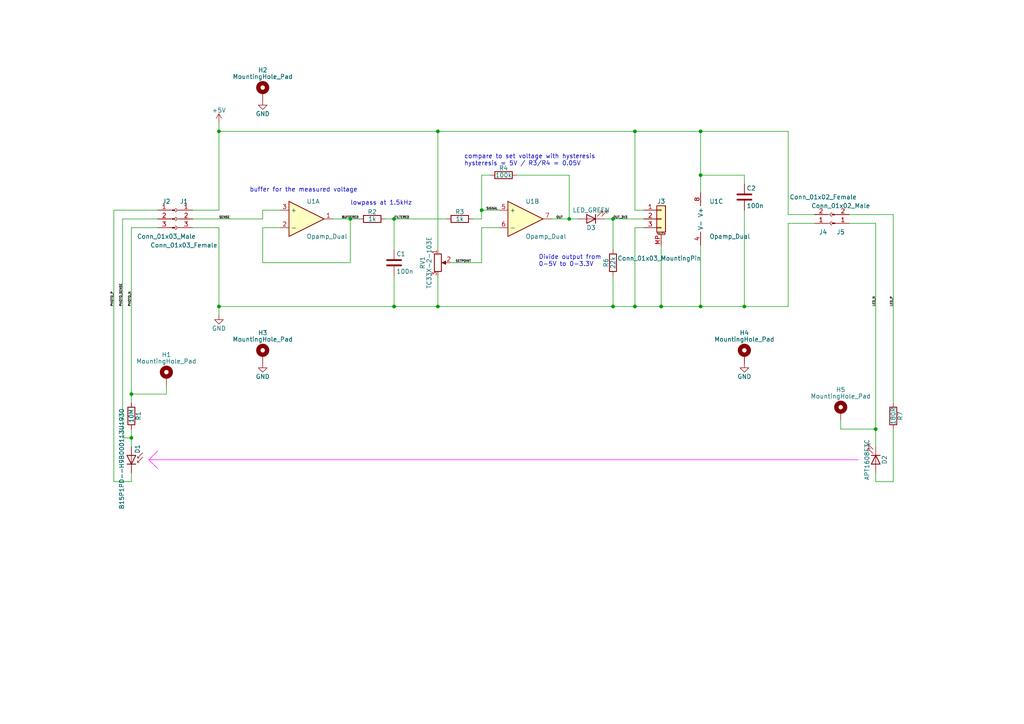
<source format=kicad_sch>
(kicad_sch (version 20211123) (generator eeschema)
  (paper "A4")
  (lib_symbols
    (symbol "Connector:Conn_01x02_Female" (pin_names (offset 1.016) hide)
      (property "Reference" "J" (at 0 2.54 0))
      (property "Value" "Conn_01x02_Female" (at 0 -5.08 0))
      (symbol "Conn_01x02_Female_1_1"
        (arc (start 0 -2.032) (mid -0.508 -2.54) (end 0 -3.048) (stroke (width 0.1524)))
        (polyline (pts (xy -1.27 -2.54) (xy -0.508 -2.54)) (stroke (width 0.1524)))
        (polyline (pts (xy -1.27 0) (xy -0.508 0)) (stroke (width 0.1524)))
        (arc (start 0 0.508) (mid -0.508 0) (end 0 -0.508) (stroke (width 0.1524)))
        (pin passive line (at -5.08 0 0) (length 3.81) (name "Pin_1") (number "1"))
        (pin passive line (at -5.08 -2.54 0) (length 3.81) (name "Pin_2") (number "2"))
      )
    )
    (symbol "Connector:Conn_01x02_Male" (pin_names (offset 1.016) hide)
      (property "Reference" "J" (at 0 2.54 0))
      (property "Value" "Conn_01x02_Male" (at 0 -5.08 0))
      (symbol "Conn_01x02_Male_1_1"
        (polyline (pts (xy 1.27 -2.54) (xy 0.8636 -2.54)) (stroke (width 0.1524)))
        (polyline (pts (xy 1.27 0) (xy 0.8636 0)) (stroke (width 0.1524)))
        (rectangle (start 0.8636 -2.413) (end 0 -2.667) (stroke (width 0.1524)) (fill (type outline)))
        (rectangle (start 0.8636 0.127) (end 0 -0.127) (stroke (width 0.1524)) (fill (type outline)))
        (pin passive line (at 5.08 0 180) (length 3.81) (name "Pin_1") (number "1"))
        (pin passive line (at 5.08 -2.54 180) (length 3.81) (name "Pin_2") (number "2"))
      )
    )
    (symbol "Connector:Conn_01x03_Female" (pin_names (offset 1.016) hide)
      (property "Reference" "J" (at 0 5.08 0))
      (property "Value" "Conn_01x03_Female" (at 0 -5.08 0))
      (symbol "Conn_01x03_Female_1_1"
        (arc (start 0 -2.032) (mid -0.508 -2.54) (end 0 -3.048) (stroke (width 0.1524)))
        (polyline (pts (xy -1.27 -2.54) (xy -0.508 -2.54)) (stroke (width 0.1524)))
        (polyline (pts (xy -1.27 0) (xy -0.508 0)) (stroke (width 0.1524)))
        (polyline (pts (xy -1.27 2.54) (xy -0.508 2.54)) (stroke (width 0.1524)))
        (arc (start 0 0.508) (mid -0.508 0) (end 0 -0.508) (stroke (width 0.1524)))
        (arc (start 0 3.048) (mid -0.508 2.54) (end 0 2.032) (stroke (width 0.1524)))
        (pin passive line (at -5.08 2.54 0) (length 3.81) (name "Pin_1") (number "1"))
        (pin passive line (at -5.08 0 0) (length 3.81) (name "Pin_2") (number "2"))
        (pin passive line (at -5.08 -2.54 0) (length 3.81) (name "Pin_3") (number "3"))
      )
    )
    (symbol "Connector:Conn_01x03_Male" (pin_names (offset 1.016) hide)
      (property "Reference" "J" (at 0 5.08 0))
      (property "Value" "Conn_01x03_Male" (at 0 -5.08 0))
      (symbol "Conn_01x03_Male_1_1"
        (polyline (pts (xy 1.27 -2.54) (xy 0.8636 -2.54)) (stroke (width 0.1524)))
        (polyline (pts (xy 1.27 0) (xy 0.8636 0)) (stroke (width 0.1524)))
        (polyline (pts (xy 1.27 2.54) (xy 0.8636 2.54)) (stroke (width 0.1524)))
        (rectangle (start 0.8636 -2.413) (end 0 -2.667) (stroke (width 0.1524)) (fill (type outline)))
        (rectangle (start 0.8636 0.127) (end 0 -0.127) (stroke (width 0.1524)) (fill (type outline)))
        (rectangle (start 0.8636 2.667) (end 0 2.413) (stroke (width 0.1524)) (fill (type outline)))
        (pin passive line (at 5.08 2.54 180) (length 3.81) (name "Pin_1") (number "1"))
        (pin passive line (at 5.08 0 180) (length 3.81) (name "Pin_2") (number "2"))
        (pin passive line (at 5.08 -2.54 180) (length 3.81) (name "Pin_3") (number "3"))
      )
    )
    (symbol "Connector_Generic_MountingPin:Conn_01x03_MountingPin" (pin_names (offset 1.016) hide)
      (property "Reference" "J" (at 0 5.08 0))
      (property "Value" "Conn_01x03_MountingPin" (at 1.27 -5.08 0))
      (symbol "Conn_01x03_MountingPin_1_1"
        (rectangle (start -1.27 -2.413) (end 0 -2.667) (stroke (width 0.1524)))
        (rectangle (start -1.27 0.127) (end 0 -0.127) (stroke (width 0.1524)))
        (rectangle (start -1.27 2.667) (end 0 2.413) (stroke (width 0.1524)))
        (rectangle (start -1.27 3.81) (end 1.27 -3.81) (stroke (width 0.254)) (fill (type background)))
        (polyline (pts (xy -1.016 -4.572) (xy 1.016 -4.572)) (stroke (width 0.1524)))
        (text "Mounting" (at 0 -4.191 0) (effects (font (size 0.381 0.381))))
        (pin passive line (at -5.08 2.54 0) (length 3.81) (name "Pin_1") (number "1"))
        (pin passive line (at -5.08 0 0) (length 3.81) (name "Pin_2") (number "2"))
        (pin passive line (at -5.08 -2.54 0) (length 3.81) (name "Pin_3") (number "3"))
        (pin passive line (at 0 -7.62 90) (length 3.048) (name "MountPin") (number "MP"))
      )
    )
    (symbol "Device:C" (pin_numbers hide) (pin_names (offset 0.254))
      (property "Reference" "C" (at 0.635 2.54 0))
      (property "Value" "C" (at 0.635 -2.54 0))
      (symbol "C_0_1"
        (polyline (pts (xy -2.032 -0.762) (xy 2.032 -0.762)) (stroke (width 0.508)))
        (polyline (pts (xy -2.032 0.762) (xy 2.032 0.762)) (stroke (width 0.508)))
      )
      (symbol "C_1_1"
        (pin passive line (at 0 3.81 270) (length 2.794) (name "~") (number "1"))
        (pin passive line (at 0 -3.81 90) (length 2.794) (name "~") (number "2"))
      )
    )
    (symbol "Device:D_Photo" (pin_numbers hide) (pin_names hide)
      (property "Reference" "D" (at 0.508 1.778 0))
      (property "Value" "D_Photo" (at -1.016 -2.794 0))
      (symbol "D_Photo_0_1"
        (polyline (pts (xy -2.54 1.27) (xy -2.54 -1.27)) (stroke (width 0.254)))
        (polyline (pts (xy -2.032 1.778) (xy -1.524 1.778)))
        (polyline (pts (xy 0 0) (xy -2.54 0)))
        (polyline (pts (xy -0.508 3.302) (xy -2.032 1.778) (xy -2.032 2.286)))
        (polyline (pts (xy 0 -1.27) (xy 0 1.27) (xy -2.54 0) (xy 0 -1.27)) (stroke (width 0.254)))
        (polyline (pts (xy 0.762 3.302) (xy -0.762 1.778) (xy -0.762 2.286) (xy -0.762 1.778) (xy -0.254 1.778)))
      )
      (symbol "D_Photo_1_1"
        (pin passive line (at -5.08 0 0) (length 2.54) (name "K") (number "1"))
        (pin passive line (at 2.54 0 180) (length 2.54) (name "A") (number "2"))
      )
    )
    (symbol "Device:LED" (pin_numbers hide) (pin_names (offset 1.016) hide)
      (property "Reference" "D" (at 0 2.54 0))
      (property "Value" "LED" (at 0 -2.54 0))
      (symbol "LED_0_1"
        (polyline (pts (xy -1.27 -1.27) (xy -1.27 1.27)) (stroke (width 0.254)))
        (polyline (pts (xy -1.27 0) (xy 1.27 0)))
        (polyline (pts (xy 1.27 -1.27) (xy 1.27 1.27) (xy -1.27 0) (xy 1.27 -1.27)) (stroke (width 0.254)))
        (polyline (pts (xy -3.048 -0.762) (xy -4.572 -2.286) (xy -3.81 -2.286) (xy -4.572 -2.286) (xy -4.572 -1.524)))
        (polyline (pts (xy -1.778 -0.762) (xy -3.302 -2.286) (xy -2.54 -2.286) (xy -3.302 -2.286) (xy -3.302 -1.524)))
      )
      (symbol "LED_1_1"
        (pin passive line (at -3.81 0 0) (length 2.54) (name "K") (number "1"))
        (pin passive line (at 3.81 0 180) (length 2.54) (name "A") (number "2"))
      )
    )
    (symbol "Device:Opamp_Dual"
      (property "Reference" "U" (at 0 5.08 0))
      (property "Value" "Opamp_Dual" (at 0 -5.08 0))
      (symbol "Opamp_Dual_1_1"
        (polyline (pts (xy -5.08 5.08) (xy 5.08 0) (xy -5.08 -5.08) (xy -5.08 5.08)) (stroke (width 0.254)) (fill (type background)))
        (pin output line (at 7.62 0 180) (length 2.54) (name "~") (number "1"))
        (pin input line (at -7.62 -2.54 0) (length 2.54) (name "-") (number "2"))
        (pin input line (at -7.62 2.54 0) (length 2.54) (name "+") (number "3"))
      )
      (symbol "Opamp_Dual_2_1"
        (polyline (pts (xy -5.08 5.08) (xy 5.08 0) (xy -5.08 -5.08) (xy -5.08 5.08)) (stroke (width 0.254)) (fill (type background)))
        (pin input line (at -7.62 2.54 0) (length 2.54) (name "+") (number "5"))
        (pin input line (at -7.62 -2.54 0) (length 2.54) (name "-") (number "6"))
        (pin output line (at 7.62 0 180) (length 2.54) (name "~") (number "7"))
      )
      (symbol "Opamp_Dual_3_1"
        (pin power_in line (at -2.54 -7.62 90) (length 3.81) (name "V-") (number "4"))
        (pin power_in line (at -2.54 7.62 270) (length 3.81) (name "V+") (number "8"))
      )
    )
    (symbol "Device:R" (pin_numbers hide) (pin_names (offset 0))
      (property "Reference" "R" (at 2.032 0 90))
      (property "Value" "R" (at 0 0 90))
      (symbol "R_0_1"
        (rectangle (start -1.016 -2.54) (end 1.016 2.54) (stroke (width 0.254)))
      )
      (symbol "R_1_1"
        (pin passive line (at 0 3.81 270) (length 1.27) (name "~") (number "1"))
        (pin passive line (at 0 -3.81 90) (length 1.27) (name "~") (number "2"))
      )
    )
    (symbol "Device:R_Potentiometer" (pin_names (offset 1.016) hide)
      (property "Reference" "RV" (at -4.445 0 90))
      (property "Value" "R_Potentiometer" (at -2.54 0 90))
      (symbol "R_Potentiometer_0_1"
        (polyline (pts (xy 2.54 0) (xy 1.524 0)))
        (polyline (pts (xy 1.143 0) (xy 2.286 0.508) (xy 2.286 -0.508) (xy 1.143 0)) (fill (type outline)))
        (rectangle (start 1.016 2.54) (end -1.016 -2.54) (stroke (width 0.254)))
      )
      (symbol "R_Potentiometer_1_1"
        (pin passive line (at 0 3.81 270) (length 1.27) (name "1") (number "1"))
        (pin passive line (at 3.81 0 180) (length 1.27) (name "2") (number "2"))
        (pin passive line (at 0 -3.81 90) (length 1.27) (name "3") (number "3"))
      )
    )
    (symbol "Mechanical:MountingHole_Pad" (pin_numbers hide) (pin_names (offset 1.016) hide)
      (property "Reference" "H" (at 0 6.35 0))
      (property "Value" "MountingHole_Pad" (at 0 4.445 0))
      (symbol "MountingHole_Pad_0_1"
        (circle (center 0 1.27) (radius 1.27) (stroke (width 1.27)))
      )
      (symbol "MountingHole_Pad_1_1"
        (pin input line (at 0 -2.54 90) (length 2.54) (name "1") (number "1"))
      )
    )
    (symbol "power:+5V" (power) (pin_names (offset 0))
      (property "Value" "+5V" (at 0 3.556 0))
      (symbol "+5V_0_1"
        (polyline (pts (xy -0.762 1.27) (xy 0 2.54)))
        (polyline (pts (xy 0 0) (xy 0 2.54)))
        (polyline (pts (xy 0 2.54) (xy 0.762 1.27)))
      )
      (symbol "+5V_1_1"
        (pin power_in line (at 0 0 90) (length 0) hide (name "+5V") (number "1"))
      )
    )
    (symbol "power:GND" (power) (pin_names (offset 0))
      (property "Value" "GND" (at 0 -3.81 0))
      (symbol "GND_0_1"
        (polyline (pts (xy 0 0) (xy 0 -1.27) (xy 1.27 -1.27) (xy 0 -2.54) (xy -1.27 -1.27) (xy 0 -1.27)))
      )
      (symbol "GND_1_1"
        (pin power_in line (at 0 0 270) (length 0) hide (name "GND") (number "1"))
      )
    )
  )
  (junction (at 127 88.9))
  (junction (at 101.6 63.5))
  (junction (at 114.3 63.5))
  (junction (at 63.5 38.1))
  (junction (at 191.77 88.9))
  (junction (at 127 38.1))
  (junction (at 38.1 114.3))
  (junction (at 203.2 38.1))
  (junction (at 184.15 88.9))
  (junction (at 165.1 63.5))
  (junction (at 38.1 127))
  (junction (at 203.2 88.9))
  (junction (at 63.5 88.9))
  (junction (at 177.8 63.5))
  (junction (at 203.2 50.8))
  (junction (at 114.3 88.9))
  (junction (at 177.8 88.9))
  (junction (at 254 124.46))
  (junction (at 215.9 88.9))
  (junction (at 184.15 38.1))
  (junction (at 139.7 60.96))
  (wire (pts (xy 203.2 88.9) (xy 215.9 88.9)))
  (wire (pts (xy 101.6 63.5) (xy 104.14 63.5)))
  (wire (pts (xy 127 38.1) (xy 127 72.39)))
  (wire (pts (xy 48.26 111.76) (xy 48.26 114.3)))
  (wire (pts (xy 127 38.1) (xy 184.15 38.1)))
  (wire (pts (xy 254 139.7) (xy 259.08 139.7)))
  (wire (pts (xy 96.52 63.5) (xy 101.6 63.5)))
  (wire (pts (xy 184.15 88.9) (xy 191.77 88.9)))
  (wire (pts (xy 177.8 63.5) (xy 186.69 63.5)))
  (wire (pts (xy 130.81 76.2) (xy 139.7 76.2)))
  (wire (pts (xy 114.3 63.5) (xy 114.3 72.39)))
  (wire (pts (xy 259.08 116.84) (xy 259.08 62.23)))
  (wire (pts (xy 139.7 66.04) (xy 144.78 66.04)))
  (wire (pts (xy 243.84 124.46) (xy 254 124.46)))
  (wire (pts (xy 55.88 60.96) (xy 63.5 60.96)))
  (wire (pts (xy 63.5 88.9) (xy 63.5 91.44)))
  (wire (pts (xy 38.1 66.04) (xy 38.1 114.3)))
  (wire (pts (xy 38.1 114.3) (xy 38.1 116.84)))
  (wire (pts (xy 259.08 62.23) (xy 246.38 62.23)))
  (wire (pts (xy 165.1 50.8) (xy 149.86 50.8)))
  (wire (pts (xy 127 80.01) (xy 127 88.9)))
  (wire (pts (xy 38.1 127) (xy 38.1 129.54)))
  (wire (pts (xy 191.77 88.9) (xy 203.2 88.9)))
  (wire (pts (xy 191.77 71.12) (xy 191.77 88.9)))
  (wire (pts (xy 114.3 88.9) (xy 127 88.9)))
  (wire (pts (xy 76.2 66.04) (xy 81.28 66.04)))
  (wire (pts (xy 137.16 63.5) (xy 139.7 63.5)))
  (wire (pts (xy 81.28 60.96) (xy 76.2 60.96)))
  (polyline (pts (xy 43.18 133.35) (xy 45.72 135.89)) (stroke (width 0) (type solid) (color 255 0 255 1)))
  (polyline (pts (xy 45.72 130.81) (xy 43.18 133.35)) (stroke (width 0) (type solid) (color 255 0 255 1)))
  (wire (pts (xy 63.5 88.9) (xy 114.3 88.9)))
  (wire (pts (xy 139.7 60.96) (xy 144.78 60.96)))
  (wire (pts (xy 203.2 50.8) (xy 203.2 55.88)))
  (wire (pts (xy 101.6 76.2) (xy 76.2 76.2)))
  (wire (pts (xy 160.02 63.5) (xy 165.1 63.5)))
  (wire (pts (xy 114.3 63.5) (xy 129.54 63.5)))
  (wire (pts (xy 254 137.16) (xy 254 139.7)))
  (wire (pts (xy 203.2 38.1) (xy 203.2 50.8)))
  (wire (pts (xy 184.15 38.1) (xy 184.15 60.96)))
  (wire (pts (xy 111.76 63.5) (xy 114.3 63.5)))
  (polyline (pts (xy 43.18 133.35) (xy 248.92 133.35)) (stroke (width 0) (type solid) (color 255 0 255 1)))
  (wire (pts (xy 63.5 66.04) (xy 63.5 88.9)))
  (wire (pts (xy 228.6 64.77) (xy 236.22 64.77)))
  (wire (pts (xy 215.9 88.9) (xy 228.6 88.9)))
  (wire (pts (xy 165.1 63.5) (xy 167.64 63.5)))
  (wire (pts (xy 259.08 139.7) (xy 259.08 124.46)))
  (wire (pts (xy 177.8 63.5) (xy 177.8 72.39)))
  (wire (pts (xy 215.9 50.8) (xy 203.2 50.8)))
  (wire (pts (xy 184.15 66.04) (xy 184.15 88.9)))
  (wire (pts (xy 114.3 80.01) (xy 114.3 88.9)))
  (wire (pts (xy 215.9 60.96) (xy 215.9 88.9)))
  (wire (pts (xy 203.2 71.12) (xy 203.2 88.9)))
  (wire (pts (xy 55.88 63.5) (xy 76.2 63.5)))
  (wire (pts (xy 63.5 66.04) (xy 55.88 66.04)))
  (wire (pts (xy 127 88.9) (xy 177.8 88.9)))
  (wire (pts (xy 33.02 60.96) (xy 45.72 60.96)))
  (wire (pts (xy 35.56 63.5) (xy 45.72 63.5)))
  (wire (pts (xy 48.26 114.3) (xy 38.1 114.3)))
  (wire (pts (xy 33.02 60.96) (xy 33.02 139.7)))
  (wire (pts (xy 76.2 76.2) (xy 76.2 66.04)))
  (wire (pts (xy 38.1 139.7) (xy 33.02 139.7)))
  (wire (pts (xy 177.8 88.9) (xy 184.15 88.9)))
  (wire (pts (xy 246.38 64.77) (xy 254 64.77)))
  (wire (pts (xy 76.2 63.5) (xy 76.2 60.96)))
  (wire (pts (xy 142.24 50.8) (xy 139.7 50.8)))
  (wire (pts (xy 38.1 124.46) (xy 38.1 127)))
  (wire (pts (xy 186.69 60.96) (xy 184.15 60.96)))
  (wire (pts (xy 63.5 38.1) (xy 63.5 60.96)))
  (wire (pts (xy 101.6 63.5) (xy 101.6 76.2)))
  (wire (pts (xy 215.9 53.34) (xy 215.9 50.8)))
  (wire (pts (xy 38.1 127) (xy 35.56 127)))
  (wire (pts (xy 38.1 66.04) (xy 45.72 66.04)))
  (wire (pts (xy 184.15 38.1) (xy 203.2 38.1)))
  (wire (pts (xy 177.8 80.01) (xy 177.8 88.9)))
  (wire (pts (xy 228.6 38.1) (xy 228.6 62.23)))
  (wire (pts (xy 175.26 63.5) (xy 177.8 63.5)))
  (wire (pts (xy 228.6 62.23) (xy 236.22 62.23)))
  (wire (pts (xy 139.7 76.2) (xy 139.7 66.04)))
  (wire (pts (xy 165.1 63.5) (xy 165.1 50.8)))
  (wire (pts (xy 254 64.77) (xy 254 124.46)))
  (wire (pts (xy 38.1 137.16) (xy 38.1 139.7)))
  (wire (pts (xy 186.69 66.04) (xy 184.15 66.04)))
  (wire (pts (xy 203.2 38.1) (xy 228.6 38.1)))
  (wire (pts (xy 243.84 121.92) (xy 243.84 124.46)))
  (wire (pts (xy 35.56 127) (xy 35.56 63.5)))
  (wire (pts (xy 139.7 63.5) (xy 139.7 60.96)))
  (wire (pts (xy 63.5 38.1) (xy 127 38.1)))
  (wire (pts (xy 254 124.46) (xy 254 129.54)))
  (wire (pts (xy 63.5 35.56) (xy 63.5 38.1)))
  (wire (pts (xy 228.6 64.77) (xy 228.6 88.9)))
  (wire (pts (xy 139.7 50.8) (xy 139.7 60.96)))
  (text "compare to set voltage with hysteresis\nhysteresis = 5V / R3/R4 = 0.05V" (at 134.62 48.26 0) (effects (font (size 1.27 1.27)) (justify left bottom)))
  (text "buffer for the measured voltage" (at 72.39 55.88 0) (effects (font (size 1.27 1.27)) (justify left bottom)))
  (text "Divide output from\n0-5V to 0-3.3V" (at 156.21 77.47 0) (effects (font (size 1.27 1.27)) (justify left bottom)))
  (text "lowpass at 1.5kHz" (at 101.6 59.69 0) (effects (font (size 1.27 1.27)) (justify left bottom)))
  (label "SETPOINT" (at 132.08 76.2 0) (effects (font (size 0.635 0.635))))
  (label "PHOTO_SENSE" (at 35.56 88.9 90) (effects (font (size 0.635 0.635))))
  (label "PHOTO_P" (at 33.02 88.9 90) (effects (font (size 0.635 0.635))))
  (label "BUFFERED" (at 99.06 63.5 0) (effects (font (size 0.635 0.635))))
  (label "OUT" (at 161.29 63.5 0) (effects (font (size 0.635 0.635))))
  (label "SENSE" (at 63.5 63.5 0) (effects (font (size 0.635 0.635))))
  (label "SIGNAL" (at 140.97 60.96 0) (effects (font (size 0.635 0.635))))
  (label "LED_P" (at 259.08 88.9 90) (effects (font (size 0.635 0.635))))
  (label "LED_N" (at 254 88.9 90) (effects (font (size 0.635 0.635))))
  (label "PHOTO_N" (at 38.1 88.9 90) (effects (font (size 0.635 0.635))))
  (label "OUT_3V3" (at 177.8 63.5 0) (effects (font (size 0.635 0.635))))
  (label "FILTERED" (at 114.3 63.5 0) (effects (font (size 0.635 0.635))))
  (symbol (lib_id "Connector:Conn_01x02_Female") (at 241.3 64.77 0) (mirror x) (unit 1)
    (property "Reference" "J4" (at 238.76 67.31 0))
    (property "Value" "Conn_01x02_Female" (at 238.76 57.15 0))
    (property "Footprint" "Connector_PinSocket_2.54mm:PinSocket_1x02_P2.54mm_Vertical" (effects hide))
  )
  (symbol (lib_id "Device:R") (at 146.05 50.8 90) (unit 1)
    (property "Reference" "R4" (at 146.05 48.768 90))
    (property "Value" "100k" (at 146.05 50.8 90))
    (property "Footprint" "Resistor_SMD:R_0402_1005Metric" (effects hide))
  )
  (symbol (lib_id "Mechanical:MountingHole_Pad") (at 76.2 102.87 0) (unit 1)
    (property "Reference" "H3" (at 76.2 96.52 0))
    (property "Value" "MountingHole_Pad" (at 76.2 98.425 0))
    (property "Footprint" "MountingHole:MountingHole_3.2mm_M3_DIN965_Pad" (effects hide))
  )
  (symbol (lib_id "Mechanical:MountingHole_Pad") (at 215.9 102.87 0) (unit 1)
    (property "Reference" "H4" (at 215.9 96.52 0))
    (property "Value" "MountingHole_Pad" (at 215.9 98.425 0))
    (property "Footprint" "MountingHole:MountingHole_3.2mm_M3_DIN965_Pad" (effects hide))
  )
  (symbol (lib_id "Connector_Generic_MountingPin:Conn_01x03_MountingPin") (at 191.77 63.5 0) (unit 1)
    (property "Reference" "J3" (at 191.77 58.42 0))
    (property "Value" "Conn_01x03_MountingPin" (at 179.07 74.93 0) (effects (justify left)))
    (property "Footprint" "Connector_JST:JST_PH_B3B-PH-SM4-TB_1x03-1MP_P2.00mm_Vertical" (effects hide))
  )
  (symbol (lib_id "power:GND") (at 215.9 105.41 0) (unit 1)
    (property "Reference" "#PWR0103" (effects hide))
    (property "Value" "GND" (at 215.9 109.22 0))
  )
  (symbol (lib_id "Mechanical:MountingHole_Pad") (at 243.84 119.38 0) (unit 1)
    (property "Reference" "H5" (at 243.84 113.03 0))
    (property "Value" "MountingHole_Pad" (at 243.84 114.935 0))
    (property "Footprint" "MountingHole:MountingHole_3.2mm_M3_DIN965_Pad" (effects hide))
  )
  (symbol (lib_id "power:GND") (at 76.2 29.21 0) (unit 1)
    (property "Reference" "#PWR0101" (effects hide))
    (property "Value" "GND" (at 76.2 33.02 0))
  )
  (symbol (lib_id "Mechanical:MountingHole_Pad") (at 48.26 109.22 0) (unit 1)
    (property "Reference" "H1" (at 48.26 102.87 0))
    (property "Value" "MountingHole_Pad" (at 48.26 104.775 0))
    (property "Footprint" "MountingHole:MountingHole_3.2mm_M3_DIN965_Pad" (effects hide))
  )
  (symbol (lib_id "Device:R") (at 259.08 120.65 0) (unit 1)
    (property "Reference" "R7" (at 261.112 120.65 90))
    (property "Value" "180R" (at 259.08 120.65 90))
    (property "Footprint" "Resistor_SMD:R_0603_1608Metric" (effects hide))
  )
  (symbol (lib_id "Device:Opamp_Dual") (at 88.9 63.5 0) (unit 1)
    (property "Reference" "U1" (at 88.9 58.42 0) (effects (justify left)))
    (property "Value" "Opamp_Dual" (at 88.9 68.58 0) (effects (justify left)))
    (property "Footprint" "Package_SO:SOIC-8_3.9x4.9mm_P1.27mm" (effects hide))
  )
  (symbol (lib_id "Mechanical:MountingHole_Pad") (at 76.2 26.67 0) (unit 1)
    (property "Reference" "H2" (at 76.2 20.32 0))
    (property "Value" "MountingHole_Pad" (at 76.2 22.225 0))
    (property "Footprint" "MountingHole:MountingHole_3.2mm_M3_DIN965_Pad" (effects hide))
  )
  (symbol (lib_id "Device:C") (at 215.9 57.15 0) (unit 1)
    (property "Reference" "C2" (at 216.535 54.61 0) (effects (justify left)))
    (property "Value" "100n" (at 216.535 59.69 0) (effects (justify left)))
    (property "Footprint" "Capacitor_SMD:C_0402_1005Metric" (effects hide))
  )
  (symbol (lib_id "Device:C") (at 114.3 76.2 0) (unit 1)
    (property "Reference" "C1" (at 114.935 73.66 0) (effects (justify left)))
    (property "Value" "100n" (at 114.935 78.74 0) (effects (justify left)))
    (property "Footprint" "Capacitor_SMD:C_0402_1005Metric" (effects hide))
  )
  (symbol (lib_id "Device:LED") (at 254 133.35 270) (unit 1)
    (property "Reference" "D2" (at 256.54 133.35 0))
    (property "Value" "APT1608F3C" (at 251.46 133.35 0))
    (property "Footprint" "LED_SMD:LED_0603_1608Metric" (effects hide))
    (property "Datasheet" "https://www.kingbrightusa.com/images/catalog/SPEC/APT1608F3C.pdf" (effects hide))
  )
  (symbol (lib_id "Device:R_Potentiometer") (at 127 76.2 0) (unit 1)
    (property "Reference" "RV1" (at 122.555 76.2 90))
    (property "Value" "TC33X-2-103E" (at 124.46 76.2 90))
    (property "Footprint" "Potentiometer_SMD:Potentiometer_Bourns_TC33X_Vertical" (effects hide))
    (property "Datasheet" "https://www.bourns.com/docs/Product-Datasheets/TC33.pdf" (effects hide))
  )
  (symbol (lib_id "Device:Opamp_Dual") (at 205.74 63.5 0) (unit 3)
    (property "Reference" "U1" (at 205.74 58.42 0) (effects (justify left)))
    (property "Value" "Opamp_Dual" (at 205.74 68.58 0) (effects (justify left)))
    (property "Footprint" "Package_SO:SOIC-8_3.9x4.9mm_P1.27mm" (effects hide))
  )
  (symbol (lib_id "Device:R") (at 107.95 63.5 90) (unit 1)
    (property "Reference" "R2" (at 107.95 61.468 90))
    (property "Value" "1k" (at 107.95 63.5 90))
    (property "Footprint" "Resistor_SMD:R_0402_1005Metric" (effects hide))
  )
  (symbol (lib_id "Connector:Conn_01x03_Female") (at 50.8 63.5 0) (mirror y) (unit 1)
    (property "Reference" "J1" (at 53.34 58.42 0))
    (property "Value" "Conn_01x03_Female" (at 53.34 71.12 0))
    (property "Footprint" "Connector_PinSocket_2.54mm:PinSocket_1x03_P2.54mm_Vertical" (effects hide))
  )
  (symbol (lib_id "power:GND") (at 76.2 105.41 0) (unit 1)
    (property "Reference" "#PWR0105" (effects hide))
    (property "Value" "GND" (at 76.2 109.22 0))
  )
  (symbol (lib_id "Device:R") (at 133.35 63.5 90) (unit 1)
    (property "Reference" "R3" (at 133.35 61.468 90))
    (property "Value" "1k" (at 133.35 63.5 90))
    (property "Footprint" "Resistor_SMD:R_0402_1005Metric" (effects hide))
  )
  (symbol (lib_id "Device:R") (at 38.1 120.65 0) (unit 1)
    (property "Reference" "R1" (at 40.132 120.65 90))
    (property "Value" "10M" (at 38.1 120.65 90))
    (property "Footprint" "Resistor_SMD:R_0402_1005Metric" (effects hide))
  )
  (symbol (lib_id "Device:LED") (at 171.45 63.5 180) (unit 1)
    (property "Reference" "D3" (at 171.45 66.04 0))
    (property "Value" "LED_GREEN" (at 171.45 60.96 0))
    (property "Footprint" "LED_SMD:LED_0603_1608Metric" (effects hide))
  )
  (symbol (lib_id "power:GND") (at 63.5 91.44 0) (unit 1)
    (property "Reference" "#PWR02" (effects hide))
    (property "Value" "GND" (at 63.5 95.25 0))
  )
  (symbol (lib_id "Connector:Conn_01x03_Male") (at 50.8 63.5 0) (mirror y) (unit 1)
    (property "Reference" "J2" (at 48.26 58.42 0))
    (property "Value" "Conn_01x03_Male" (at 48.26 68.58 0))
    (property "Footprint" "Lichtschranke:Pinheader_P2.54_01x03_Horizontal" (effects hide))
  )
  (symbol (lib_id "Connector:Conn_01x02_Male") (at 241.3 64.77 0) (mirror x) (unit 1)
    (property "Reference" "J5" (at 243.84 67.31 0))
    (property "Value" "Conn_01x02_Male" (at 243.84 59.69 0))
    (property "Footprint" "Lichtschranke:Pinheader_P2.54_01x02_Horizontal" (effects hide))
  )
  (symbol (lib_id "power:+5V") (at 63.5 35.56 0) (unit 1)
    (property "Reference" "#PWR01" (effects hide))
    (property "Value" "+5V" (at 63.5 32.004 0))
  )
  (symbol (lib_id "Device:R") (at 177.8 76.2 180) (unit 1)
    (property "Reference" "R6" (at 175.768 76.2 90))
    (property "Value" "22k" (at 177.8 76.2 90))
    (property "Footprint" "Resistor_SMD:R_0402_1005Metric" (effects hide))
  )
  (symbol (lib_id "Device:Opamp_Dual") (at 152.4 63.5 0) (unit 2)
    (property "Reference" "U1" (at 152.4 58.42 0) (effects (justify left)))
    (property "Value" "Opamp_Dual" (at 152.4 68.58 0) (effects (justify left)))
    (property "Footprint" "Package_SO:SOIC-8_3.9x4.9mm_P1.27mm" (effects hide))
  )
  (symbol (lib_id "Device:D_Photo") (at 38.1 132.08 270) (mirror x) (unit 1)
    (property "Reference" "D1" (at 39.878 131.572 0) (effects (justify left)))
    (property "Value" "B15P1PD--H9B000113U1930" (at 35.306 133.096 0))
    (property "Footprint" "LED_SMD:LED_1210_3225Metric" (effects hide))
    (property "Datasheet" "https://media.digikey.com/pdf/Data%20Sheets/Harvatek%20PDFs/B15P1PD--H9B000113U1930.pdf" (effects hide))
  )
)
</source>
